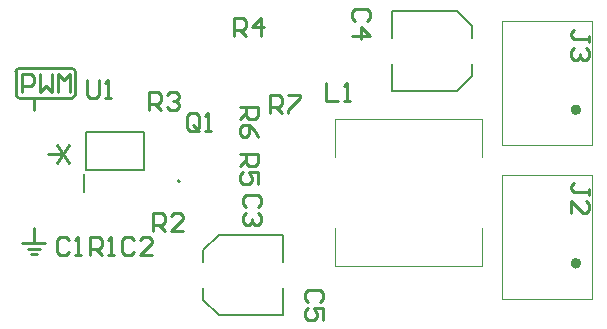
<source format=gbr>
G04*
G04 #@! TF.GenerationSoftware,Altium Limited,Altium Designer,24.0.1 (36)*
G04*
G04 Layer_Color=65535*
%FSLAX44Y44*%
%MOMM*%
G71*
G04*
G04 #@! TF.SameCoordinates,47EEF6A6-A9A8-4354-BB7B-09A3034422A5*
G04*
G04*
G04 #@! TF.FilePolarity,Positive*
G04*
G01*
G75*
%ADD10C,0.2540*%
%ADD11C,0.1000*%
%ADD12C,0.2000*%
%ADD13C,0.5000*%
D10*
X817500Y992460D02*
G03*
X814960Y995000I-2540J0D01*
G01*
Y970000D02*
G03*
X817500Y972540I0J2540D01*
G01*
X770040Y995000D02*
G03*
X767500Y992460I0J-2540D01*
G01*
Y972540D02*
G03*
X770040Y970000I2540J0D01*
G01*
X814960D01*
X770040Y995000D02*
X814960D01*
X817500Y972540D02*
Y992460D01*
X767500Y972540D02*
Y992460D01*
X780000Y837500D02*
X785000D01*
X777500Y842500D02*
X787500D01*
X772500Y847500D02*
X792500D01*
X772500D02*
X782500D01*
Y860000D01*
X795000Y922500D02*
X807000D01*
X782500Y960000D02*
Y970000D01*
X802540Y930275D02*
X812697Y915040D01*
Y930275D02*
X802540Y915040D01*
X772540Y975040D02*
Y990275D01*
X780157D01*
X782697Y987736D01*
Y982657D01*
X780157Y980118D01*
X772540D01*
X787775Y990275D02*
Y975040D01*
X792853Y980118D01*
X797932Y975040D01*
Y990275D01*
X803010Y975040D02*
Y990275D01*
X808089Y985197D01*
X813167Y990275D01*
Y975040D01*
X827343Y985117D02*
Y972422D01*
X829883Y969883D01*
X834961D01*
X837500Y972422D01*
Y985117D01*
X842578Y969883D02*
X847657D01*
X845118D01*
Y985117D01*
X842578Y982578D01*
X982304Y957383D02*
Y972617D01*
X989922D01*
X992461Y970078D01*
Y965000D01*
X989922Y962461D01*
X982304D01*
X987383D02*
X992461Y957383D01*
X997539Y972617D02*
X1007696D01*
Y970078D01*
X997539Y959922D01*
Y957383D01*
X957383Y962696D02*
X972618D01*
Y955078D01*
X970078Y952539D01*
X965000D01*
X962461Y955078D01*
Y962696D01*
Y957617D02*
X957383Y952539D01*
X972618Y937304D02*
X970078Y942382D01*
X965000Y947461D01*
X959922D01*
X957383Y944922D01*
Y939843D01*
X959922Y937304D01*
X962461D01*
X965000Y939843D01*
Y947461D01*
X957383Y922696D02*
X972618D01*
Y915078D01*
X970078Y912539D01*
X965000D01*
X962461Y915078D01*
Y922696D01*
Y917617D02*
X957383Y912539D01*
X972618Y897304D02*
Y907461D01*
X965000D01*
X967539Y902382D01*
Y899843D01*
X965000Y897304D01*
X959922D01*
X957383Y899843D01*
Y904922D01*
X959922Y907461D01*
X952304Y1022383D02*
Y1037617D01*
X959922D01*
X962461Y1035078D01*
Y1030000D01*
X959922Y1027461D01*
X952304D01*
X957383D02*
X962461Y1022383D01*
X975157D02*
Y1037617D01*
X967539Y1030000D01*
X977696D01*
X879804Y959883D02*
Y975117D01*
X887422D01*
X889961Y972578D01*
Y967500D01*
X887422Y964961D01*
X879804D01*
X884883D02*
X889961Y959883D01*
X895039Y972578D02*
X897578Y975117D01*
X902657D01*
X905196Y972578D01*
Y970039D01*
X902657Y967500D01*
X900117D01*
X902657D01*
X905196Y964961D01*
Y962422D01*
X902657Y959883D01*
X897578D01*
X895039Y962422D01*
X883304Y857383D02*
Y872617D01*
X890922D01*
X893461Y870078D01*
Y865000D01*
X890922Y862461D01*
X883304D01*
X888382D02*
X893461Y857383D01*
X908696D02*
X898539D01*
X908696Y867539D01*
Y870078D01*
X906157Y872617D01*
X901078D01*
X898539Y870078D01*
X829843Y837383D02*
Y852617D01*
X837461D01*
X840000Y850078D01*
Y845000D01*
X837461Y842461D01*
X829843D01*
X834922D02*
X840000Y837383D01*
X845078D02*
X850157D01*
X847618D01*
Y852617D01*
X845078Y850078D01*
X922500Y944922D02*
Y955078D01*
X919961Y957617D01*
X914883D01*
X912343Y955078D01*
Y944922D01*
X914883Y942383D01*
X919961D01*
X917422Y947461D02*
X922500Y942383D01*
X919961D02*
X922500Y944922D01*
X927578Y942383D02*
X932657D01*
X930118D01*
Y957617D01*
X927578Y955078D01*
X1029843Y982617D02*
Y967383D01*
X1040000D01*
X1045078D02*
X1050157D01*
X1047618D01*
Y982617D01*
X1045078Y980078D01*
X1252618Y1017539D02*
Y1022617D01*
Y1020078D01*
X1239922D01*
X1237383Y1022617D01*
Y1025157D01*
X1239922Y1027696D01*
X1250078Y1012461D02*
X1252618Y1009922D01*
Y1004843D01*
X1250078Y1002304D01*
X1247539D01*
X1245000Y1004843D01*
Y1007382D01*
Y1004843D01*
X1242461Y1002304D01*
X1239922D01*
X1237383Y1004843D01*
Y1009922D01*
X1239922Y1012461D01*
X1252618Y887539D02*
Y892617D01*
Y890078D01*
X1239922D01*
X1237383Y892617D01*
Y895157D01*
X1239922Y897696D01*
X1237383Y872304D02*
Y882461D01*
X1247539Y872304D01*
X1250078D01*
X1252618Y874843D01*
Y879922D01*
X1250078Y882461D01*
X1025078Y797539D02*
X1027618Y800078D01*
Y805157D01*
X1025078Y807696D01*
X1014922D01*
X1012383Y805157D01*
Y800078D01*
X1014922Y797539D01*
X1027618Y782304D02*
Y792461D01*
X1020000D01*
X1022539Y787382D01*
Y784843D01*
X1020000Y782304D01*
X1014922D01*
X1012383Y784843D01*
Y789922D01*
X1014922Y792461D01*
X1065078Y1035039D02*
X1067617Y1037578D01*
Y1042657D01*
X1065078Y1045196D01*
X1054922D01*
X1052383Y1042657D01*
Y1037578D01*
X1054922Y1035039D01*
X1052383Y1022343D02*
X1067617D01*
X1060000Y1029961D01*
Y1019804D01*
X972396Y877908D02*
X974935Y880447D01*
Y885526D01*
X972396Y888065D01*
X962239D01*
X959700Y885526D01*
Y880447D01*
X962239Y877908D01*
X972396Y872830D02*
X974935Y870291D01*
Y865212D01*
X972396Y862673D01*
X969857D01*
X967318Y865212D01*
Y867751D01*
Y865212D01*
X964778Y862673D01*
X962239D01*
X959700Y865212D01*
Y870291D01*
X962239Y872830D01*
X867461Y850078D02*
X864922Y852617D01*
X859843D01*
X857304Y850078D01*
Y839922D01*
X859843Y837383D01*
X864922D01*
X867461Y839922D01*
X882696Y837383D02*
X872539D01*
X882696Y847539D01*
Y850078D01*
X880157Y852617D01*
X875078D01*
X872539Y850078D01*
X812500D02*
X809961Y852617D01*
X804883D01*
X802343Y850078D01*
Y839922D01*
X804883Y837383D01*
X809961D01*
X812500Y839922D01*
X817578Y837383D02*
X822657D01*
X820118D01*
Y852617D01*
X817578Y850078D01*
D11*
X905250Y899000D02*
G03*
X905250Y900000I0J500D01*
G01*
X1037500Y920000D02*
Y952500D01*
X1162500D01*
Y920000D02*
Y952500D01*
X1037500Y827500D02*
Y860000D01*
Y827500D02*
X1162500D01*
Y860000D01*
X1179000Y799960D02*
X1255000D01*
Y904960D01*
X1179000D02*
X1255000D01*
X1179000Y799960D02*
Y904960D01*
Y929960D02*
X1255000D01*
Y1034960D01*
X1179000D02*
X1255000D01*
X1179000Y929960D02*
Y1034960D01*
D12*
X906250Y899500D02*
G03*
X906250Y899500I-1000J0D01*
G01*
X825212Y890250D02*
Y905500D01*
X826762Y909000D02*
X875762D01*
Y941000D01*
X826762D02*
X875762D01*
X826762Y909000D02*
Y941000D01*
X1086000Y1044000D02*
X1141000D01*
X1086000Y1021000D02*
Y1044000D01*
Y976000D02*
Y999000D01*
Y976000D02*
X1141000D01*
X1154000Y1021000D02*
Y1031000D01*
X1141000Y1044000D02*
X1154000Y1031000D01*
X1141000Y976000D02*
X1154000Y989000D01*
Y999000D01*
X939000Y786000D02*
X994000D01*
Y809000D01*
Y831000D02*
Y854000D01*
X939000D02*
X994000D01*
X926000Y799000D02*
Y809000D01*
Y799000D02*
X939000Y786000D01*
X926000Y841000D02*
X939000Y854000D01*
X926000Y831000D02*
Y841000D01*
D13*
X1243590Y830000D02*
G03*
X1243590Y830000I-2000J0D01*
G01*
Y960000D02*
G03*
X1243590Y960000I-2000J0D01*
G01*
M02*

</source>
